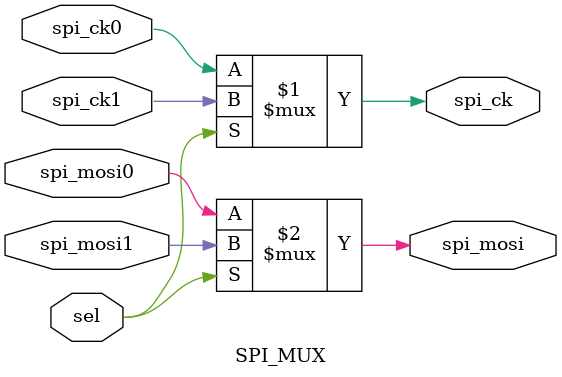
<source format=v>
`timescale 1ns / 1ps


module SPI_MUX(
    input sel,
    input spi_ck0,
    input spi_ck1,
    input spi_mosi0,
    input spi_mosi1,
    output spi_ck,
    output spi_mosi
    );
    
 assign spi_ck = sel ? spi_ck1 : spi_ck0;
 assign spi_mosi = sel ? spi_mosi1 : spi_mosi0;

endmodule

</source>
